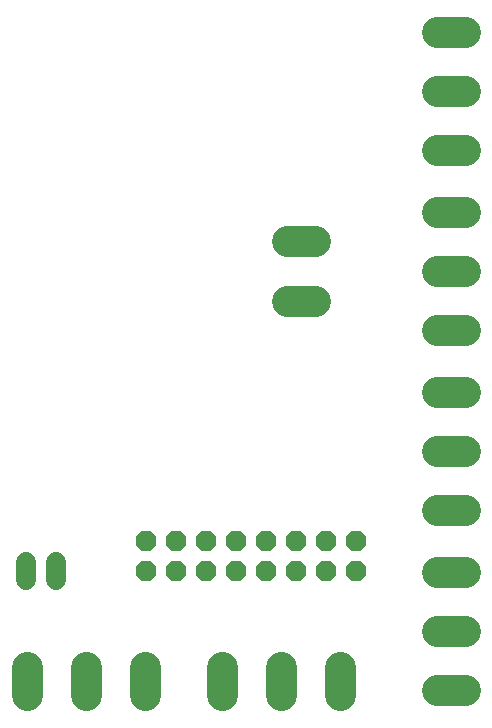
<source format=gts>
G75*
%MOIN*%
%OFA0B0*%
%FSLAX25Y25*%
%IPPOS*%
%LPD*%
%AMOC8*
5,1,8,0,0,1.08239X$1,22.5*
%
%ADD10C,0.10170*%
%ADD11OC8,0.06800*%
%ADD12C,0.06800*%
D10*
X0016315Y0017213D02*
X0016315Y0026583D01*
X0036000Y0026583D02*
X0036000Y0017213D01*
X0055685Y0017213D02*
X0055685Y0026583D01*
X0081315Y0026583D02*
X0081315Y0017213D01*
X0101000Y0017213D02*
X0101000Y0026583D01*
X0120685Y0026583D02*
X0120685Y0017213D01*
X0153087Y0018984D02*
X0162457Y0018984D01*
X0162457Y0038669D02*
X0153087Y0038669D01*
X0153087Y0058354D02*
X0162457Y0058354D01*
X0162457Y0078984D02*
X0153087Y0078984D01*
X0153087Y0098669D02*
X0162457Y0098669D01*
X0162457Y0118354D02*
X0153087Y0118354D01*
X0153087Y0138984D02*
X0162457Y0138984D01*
X0162457Y0158669D02*
X0153087Y0158669D01*
X0153087Y0178354D02*
X0162457Y0178354D01*
X0162457Y0198984D02*
X0153087Y0198984D01*
X0153087Y0218669D02*
X0162457Y0218669D01*
X0162457Y0238354D02*
X0153087Y0238354D01*
X0112457Y0168512D02*
X0103087Y0168512D01*
X0103087Y0148827D02*
X0112457Y0148827D01*
D11*
X0116000Y0068669D03*
X0116000Y0058669D03*
X0106000Y0058669D03*
X0106000Y0068669D03*
X0096000Y0068669D03*
X0096000Y0058669D03*
X0086000Y0058669D03*
X0086000Y0068669D03*
X0076000Y0068669D03*
X0076000Y0058669D03*
X0066000Y0058669D03*
X0066000Y0068669D03*
X0056000Y0068669D03*
X0056000Y0058669D03*
X0126000Y0058669D03*
X0126000Y0068669D03*
D12*
X0026000Y0061669D02*
X0026000Y0055669D01*
X0016000Y0055669D02*
X0016000Y0061669D01*
M02*

</source>
